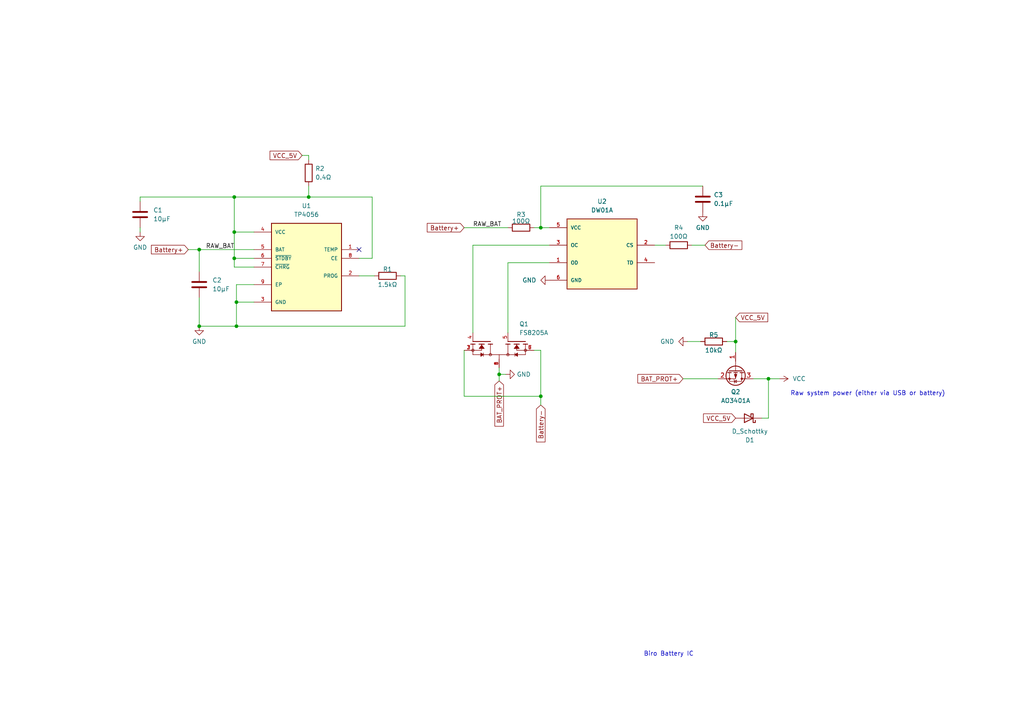
<source format=kicad_sch>
(kicad_sch (version 20230121) (generator eeschema)
  (paper "A4")
  (lib_symbols
    (symbol "Device:C" (pin_numbers hide) (pin_names (offset 0.254))
      (property "Reference" "C" (at 0.635 2.54 0))
      (property "Value" "C" (at 0.635 -2.54 0))
      (symbol "C_0_1"
        (polyline (pts (xy -2.032 -0.762) (xy 2.032 -0.762)) (stroke (width 0.508)))
        (polyline (pts (xy -2.032 0.762) (xy 2.032 0.762)) (stroke (width 0.508)))
      )
      (symbol "C_1_1"
        (pin passive line (at 0 3.81 270) (length 2.794) (name "~") (number "1"))
        (pin passive line (at 0 -3.81 90) (length 2.794) (name "~") (number "2"))
      )
    )
    (symbol "Device:D_Schottky" (pin_numbers hide) (pin_names (offset 1.016) hide)
      (property "Reference" "D" (at 0 2.54 0))
      (property "Value" "D_Schottky" (at 0 -2.54 0))
      (symbol "D_Schottky_0_1"
        (polyline (pts (xy 1.27 0) (xy -1.27 0)))
        (polyline (pts (xy 1.27 1.27) (xy 1.27 -1.27) (xy -1.27 0) (xy 1.27 1.27)) (stroke (width 0.254)))
        (polyline (pts (xy -1.905 0.635) (xy -1.905 1.27) (xy -1.27 1.27) (xy -1.27 -1.27) (xy -0.635 -1.27) (xy -0.635 -0.635)) (stroke (width 0.254)))
      )
      (symbol "D_Schottky_1_1"
        (pin passive line (at -3.81 0 0) (length 2.54) (name "K") (number "1"))
        (pin passive line (at 3.81 0 180) (length 2.54) (name "A") (number "2"))
      )
    )
    (symbol "Device:R" (pin_numbers hide) (pin_names (offset 0))
      (property "Reference" "R" (at 2.032 0 90))
      (property "Value" "R" (at 0 0 90))
      (symbol "R_0_1"
        (rectangle (start -1.016 -2.54) (end 1.016 2.54) (stroke (width 0.254)))
      )
      (symbol "R_1_1"
        (pin passive line (at 0 3.81 270) (length 1.27) (name "~") (number "1"))
        (pin passive line (at 0 -3.81 90) (length 1.27) (name "~") (number "2"))
      )
    )
    (symbol "Transistor_FET:AO3401A" (pin_names hide)
      (property "Reference" "Q" (at 5.08 1.905 0))
      (property "Value" "AO3401A" (at 5.08 0 0))
      (symbol "AO3401A_0_1"
        (polyline (pts (xy 0.254 0) (xy -2.54 0)))
        (polyline (pts (xy 0.254 1.905) (xy 0.254 -1.905)) (stroke (width 0.254)))
        (polyline (pts (xy 0.762 -1.27) (xy 0.762 -2.286)) (stroke (width 0.254)))
        (polyline (pts (xy 0.762 0.508) (xy 0.762 -0.508)) (stroke (width 0.254)))
        (polyline (pts (xy 0.762 2.286) (xy 0.762 1.27)) (stroke (width 0.254)))
        (polyline (pts (xy 2.54 2.54) (xy 2.54 1.778)))
        (polyline (pts (xy 2.54 -2.54) (xy 2.54 0) (xy 0.762 0)))
        (polyline (pts (xy 0.762 1.778) (xy 3.302 1.778) (xy 3.302 -1.778) (xy 0.762 -1.778)))
        (polyline (pts (xy 2.286 0) (xy 1.27 0.381) (xy 1.27 -0.381) (xy 2.286 0)) (fill (type outline)))
        (polyline (pts (xy 2.794 -0.508) (xy 2.921 -0.381) (xy 3.683 -0.381) (xy 3.81 -0.254)))
        (polyline (pts (xy 3.302 -0.381) (xy 2.921 0.254) (xy 3.683 0.254) (xy 3.302 -0.381)))
        (circle (center 1.651 0) (radius 2.794) (stroke (width 0.254)))
        (circle (center 2.54 -1.778) (radius 0.254) (fill (type outline)))
        (circle (center 2.54 1.778) (radius 0.254) (fill (type outline)))
      )
      (symbol "AO3401A_1_1"
        (pin input line (at -5.08 0 0) (length 2.54) (name "G") (number "1"))
        (pin passive line (at 2.54 -5.08 90) (length 2.54) (name "S") (number "2"))
        (pin passive line (at 2.54 5.08 270) (length 2.54) (name "D") (number "3"))
      )
    )
    (symbol "new_symbols:DW01A" (pin_names (offset 1.016))
      (property "Reference" "U" (at -10.16 11.43 0))
      (property "Value" "DW01A" (at -10.16 -12.7 0))
      (symbol "DW01A_0_0"
        (rectangle (start -10.16 -10.16) (end 10.16 10.16) (stroke (width 0.254)) (fill (type background)))
        (pin output line (at 15.24 -2.54 180) (length 5.08) (name "OD") (number "1"))
        (pin input line (at -15.24 2.54 0) (length 5.08) (name "CS") (number "2"))
        (pin output line (at 15.24 2.54 180) (length 5.08) (name "OC") (number "3"))
        (pin passive line (at -15.24 -2.54 0) (length 5.08) (name "TD") (number "4"))
        (pin power_in line (at 15.24 7.62 180) (length 5.08) (name "VCC") (number "5"))
        (pin power_in line (at 15.24 -7.62 180) (length 5.08) (name "GND") (number "6"))
      )
    )
    (symbol "new_symbols:FS8205A" (pin_names (offset 1.016))
      (property "Reference" "Q" (at -11.43 7.62 0))
      (property "Value" "FS8205A" (at -11.43 -12.7 0))
      (symbol "FS8205A_0_0"
        (circle (center 0 -7.62) (radius 0.3592))
        (polyline (pts (xy -2.54 -2.54) (xy -2.54 -7.62)) (stroke (width 0.254)))
        (polyline (pts (xy -2.54 7.62) (xy -2.54 2.54)) (stroke (width 0.254)))
        (polyline (pts (xy -1.778 -7.62) (xy -1.778 -8.255)) (stroke (width 0.254)))
        (polyline (pts (xy -1.778 -6.985) (xy -1.778 -7.62)) (stroke (width 0.254)))
        (polyline (pts (xy -1.778 -5.08) (xy -1.778 -5.842)) (stroke (width 0.254)))
        (polyline (pts (xy -1.778 -5.08) (xy 0 -5.08)) (stroke (width 0.1524)))
        (polyline (pts (xy -1.778 -4.318) (xy -1.778 -5.08)) (stroke (width 0.254)))
        (polyline (pts (xy -1.778 -2.54) (xy -1.778 -3.175)) (stroke (width 0.254)))
        (polyline (pts (xy -1.778 -2.54) (xy 1.27 -2.54)) (stroke (width 0.1524)))
        (polyline (pts (xy -1.778 -1.905) (xy -1.778 -2.54)) (stroke (width 0.254)))
        (polyline (pts (xy -1.778 2.54) (xy -1.778 1.905)) (stroke (width 0.254)))
        (polyline (pts (xy -1.778 3.175) (xy -1.778 2.54)) (stroke (width 0.254)))
        (polyline (pts (xy -1.778 5.08) (xy -1.778 4.318)) (stroke (width 0.254)))
        (polyline (pts (xy -1.778 5.08) (xy 0 5.08)) (stroke (width 0.1524)))
        (polyline (pts (xy -1.778 5.842) (xy -1.778 5.08)) (stroke (width 0.254)))
        (polyline (pts (xy -1.778 7.62) (xy -1.778 6.985)) (stroke (width 0.254)))
        (polyline (pts (xy -1.778 7.62) (xy 1.27 7.62)) (stroke (width 0.1524)))
        (polyline (pts (xy -1.778 8.255) (xy -1.778 7.62)) (stroke (width 0.254)))
        (polyline (pts (xy 0 -7.62) (xy -1.778 -7.62)) (stroke (width 0.1524)))
        (polyline (pts (xy 0 -7.62) (xy 1.27 -7.62)) (stroke (width 0.1524)))
        (polyline (pts (xy 0 -5.08) (xy 0 -7.62)) (stroke (width 0.1524)))
        (polyline (pts (xy 0 7.62) (xy 0 5.08)) (stroke (width 0.1524)))
        (polyline (pts (xy 0.762 4.572) (xy 1.27 4.572)) (stroke (width 0.1524)))
        (polyline (pts (xy 1.27 -4.572) (xy 0.762 -4.572)) (stroke (width 0.1524)))
        (polyline (pts (xy 1.27 -4.572) (xy 1.27 -7.62)) (stroke (width 0.1524)))
        (polyline (pts (xy 1.27 -2.54) (xy 1.27 -4.572)) (stroke (width 0.1524)))
        (polyline (pts (xy 1.27 -2.54) (xy 1.27 0)) (stroke (width 0.1524)))
        (polyline (pts (xy 1.27 0) (xy 1.27 2.54)) (stroke (width 0.1524)))
        (polyline (pts (xy 1.27 0) (xy 2.54 0)) (stroke (width 0.1524)))
        (polyline (pts (xy 1.27 2.54) (xy -1.778 2.54)) (stroke (width 0.1524)))
        (polyline (pts (xy 1.27 2.54) (xy 1.27 4.572)) (stroke (width 0.1524)))
        (polyline (pts (xy 1.27 4.572) (xy 1.27 7.62)) (stroke (width 0.1524)))
        (polyline (pts (xy 1.27 4.572) (xy 1.778 4.572)) (stroke (width 0.1524)))
        (polyline (pts (xy 1.778 -4.572) (xy 1.27 -4.572)) (stroke (width 0.1524)))
        (polyline (pts (xy -1.524 -5.08) (xy -0.508 -4.318) (xy -0.508 -5.842) (xy -1.524 -5.08)) (stroke (width 0.1524)) (fill (type outline)))
        (polyline (pts (xy -1.524 5.08) (xy -0.508 5.842) (xy -0.508 4.318) (xy -1.524 5.08)) (stroke (width 0.1524)) (fill (type outline)))
        (polyline (pts (xy 1.27 -4.572) (xy 0.762 -5.334) (xy 1.778 -5.334) (xy 1.27 -4.572)) (stroke (width 0.1524)) (fill (type outline)))
        (polyline (pts (xy 1.27 4.572) (xy 1.778 5.334) (xy 0.762 5.334) (xy 1.27 4.572)) (stroke (width 0.1524)) (fill (type outline)))
        (circle (center 0 7.62) (radius 0.3592))
        (circle (center 1.27 -2.54) (radius 0.3592))
        (circle (center 1.27 2.54) (radius 0.3592))
        (pin passive line (at 5.08 0 180) (length 2.54) (name "~") (number "1"))
        (pin passive line (at 0 -10.16 90) (length 2.54) (name "~") (number "2"))
        (pin passive line (at 0 -10.16 90) (length 2.54) (name "~") (number "3"))
        (pin passive line (at -5.08 -7.62 0) (length 2.54) (name "~") (number "4"))
        (pin passive line (at -5.08 2.54 0) (length 2.54) (name "~") (number "5"))
        (pin passive line (at 0 10.16 270) (length 2.54) (name "~") (number "6"))
        (pin passive line (at 0 10.16 270) (length 2.54) (name "~") (number "7"))
        (pin passive line (at 5.08 0 180) (length 2.54) (name "~") (number "8"))
      )
    )
    (symbol "new_symbols:TP4056" (pin_names (offset 1.016))
      (property "Reference" "U" (at -10.16 13.208 0))
      (property "Value" "TP4056" (at -10.16 -15.24 0))
      (symbol "TP4056_0_0"
        (rectangle (start -10.16 12.7) (end 10.16 -12.7) (stroke (width 0.254)) (fill (type background)))
        (pin input line (at -15.24 5.08 0) (length 5.08) (name "TEMP") (number "1"))
        (pin bidirectional line (at -15.24 -2.54 0) (length 5.08) (name "PROG") (number "2"))
        (pin power_in line (at 15.24 -10.16 180) (length 5.08) (name "GND") (number "3"))
        (pin power_in line (at 15.24 10.16 180) (length 5.08) (name "VCC") (number "4"))
        (pin output line (at 15.24 5.08 180) (length 5.08) (name "BAT") (number "5"))
        (pin output line (at 15.24 2.54 180) (length 5.08) (name "~{STDBY}") (number "6"))
        (pin output line (at 15.24 0 180) (length 5.08) (name "~{CHRG}") (number "7"))
        (pin input line (at -15.24 2.54 0) (length 5.08) (name "CE") (number "8"))
        (pin passive line (at 15.24 -5.08 180) (length 5.08) (name "EP") (number "9"))
      )
    )
    (symbol "power:GND" (power) (pin_names (offset 0))
      (property "Value" "GND" (at 0 -3.81 0))
      (symbol "GND_0_1"
        (polyline (pts (xy 0 0) (xy 0 -1.27) (xy 1.27 -1.27) (xy 0 -2.54) (xy -1.27 -1.27) (xy 0 -1.27)))
      )
      (symbol "GND_1_1"
        (pin power_in line (at 0 0 270) (length 0) hide (name "GND") (number "1"))
      )
    )
    (symbol "power:VCC" (power) (pin_names (offset 0))
      (property "Value" "VCC" (at 0 3.81 0))
      (symbol "VCC_0_1"
        (polyline (pts (xy -0.762 1.27) (xy 0 2.54)))
        (polyline (pts (xy 0 0) (xy 0 2.54)))
        (polyline (pts (xy 0 2.54) (xy 0.762 1.27)))
      )
      (symbol "VCC_1_1"
        (pin power_in line (at 0 0 90) (length 0) hide (name "VCC") (number "1"))
      )
    )
  )
  (junction (at 67.945 57.15))
  (junction (at 156.845 114.935))
  (junction (at 156.845 66.04))
  (junction (at 67.945 67.31))
  (junction (at 57.785 94.615))
  (junction (at 222.885 109.855))
  (junction (at 144.78 108.585))
  (junction (at 89.535 57.15))
  (junction (at 68.58 87.63))
  (junction (at 67.945 74.93))
  (junction (at 68.58 94.615))
  (junction (at 213.36 99.06))
  (junction (at 57.785 72.39))
  (no_connect (at 104.14 72.39))
  (wire (pts (xy 67.945 74.93) (xy 67.945 67.31)))
  (wire (pts (xy 144.78 106.68) (xy 144.78 108.585)))
  (wire (pts (xy 117.475 80.01) (xy 117.475 94.615)))
  (wire (pts (xy 203.2 99.06) (xy 199.39 99.06)))
  (wire (pts (xy 73.66 87.63) (xy 68.58 87.63)))
  (wire (pts (xy 189.865 71.12) (xy 193.04 71.12)))
  (wire (pts (xy 117.475 80.01) (xy 116.205 80.01)))
  (wire (pts (xy 107.95 74.93) (xy 107.95 57.15)))
  (wire (pts (xy 87.63 45.085) (xy 89.535 45.085)))
  (wire (pts (xy 54.61 72.39) (xy 57.785 72.39)))
  (wire (pts (xy 147.32 96.52) (xy 147.32 76.2)))
  (wire (pts (xy 154.94 101.6) (xy 156.845 101.6)))
  (wire (pts (xy 68.58 82.55) (xy 68.58 87.63)))
  (wire (pts (xy 68.58 87.63) (xy 68.58 94.615)))
  (wire (pts (xy 200.66 71.12) (xy 204.47 71.12)))
  (wire (pts (xy 57.785 94.615) (xy 68.58 94.615)))
  (wire (pts (xy 213.36 92.075) (xy 213.36 99.06)))
  (wire (pts (xy 220.98 121.285) (xy 222.885 121.285)))
  (wire (pts (xy 222.885 109.855) (xy 218.44 109.855)))
  (wire (pts (xy 213.36 99.06) (xy 213.36 102.235)))
  (wire (pts (xy 89.535 45.085) (xy 89.535 46.355)))
  (wire (pts (xy 144.78 108.585) (xy 144.78 110.49)))
  (wire (pts (xy 104.14 80.01) (xy 108.585 80.01)))
  (wire (pts (xy 57.785 72.39) (xy 57.785 78.74)))
  (wire (pts (xy 89.535 57.15) (xy 107.95 57.15)))
  (wire (pts (xy 104.14 74.93) (xy 107.95 74.93)))
  (wire (pts (xy 222.885 121.285) (xy 222.885 109.855)))
  (wire (pts (xy 156.845 114.935) (xy 156.845 117.475)))
  (wire (pts (xy 137.16 71.12) (xy 137.16 96.52)))
  (wire (pts (xy 156.845 53.975) (xy 156.845 66.04)))
  (wire (pts (xy 68.58 94.615) (xy 117.475 94.615)))
  (wire (pts (xy 134.62 66.04) (xy 147.32 66.04)))
  (wire (pts (xy 57.785 86.36) (xy 57.785 94.615)))
  (wire (pts (xy 40.64 66.04) (xy 40.64 67.31)))
  (wire (pts (xy 159.385 71.12) (xy 137.16 71.12)))
  (wire (pts (xy 67.945 57.15) (xy 40.64 57.15)))
  (wire (pts (xy 154.94 66.04) (xy 156.845 66.04)))
  (wire (pts (xy 198.12 109.855) (xy 208.28 109.855)))
  (wire (pts (xy 203.835 53.975) (xy 156.845 53.975)))
  (wire (pts (xy 73.66 77.47) (xy 67.945 77.47)))
  (wire (pts (xy 147.32 76.2) (xy 159.385 76.2)))
  (wire (pts (xy 134.62 114.935) (xy 156.845 114.935)))
  (wire (pts (xy 73.66 82.55) (xy 68.58 82.55)))
  (wire (pts (xy 89.535 53.975) (xy 89.535 57.15)))
  (wire (pts (xy 89.535 57.15) (xy 67.945 57.15)))
  (wire (pts (xy 156.845 66.04) (xy 159.385 66.04)))
  (wire (pts (xy 226.06 109.855) (xy 222.885 109.855)))
  (wire (pts (xy 210.82 99.06) (xy 213.36 99.06)))
  (wire (pts (xy 73.66 67.31) (xy 67.945 67.31)))
  (wire (pts (xy 57.785 72.39) (xy 73.66 72.39)))
  (wire (pts (xy 134.62 101.6) (xy 134.62 114.935)))
  (wire (pts (xy 144.78 108.585) (xy 146.685 108.585)))
  (wire (pts (xy 40.64 57.15) (xy 40.64 58.42)))
  (wire (pts (xy 156.845 101.6) (xy 156.845 114.935)))
  (wire (pts (xy 67.945 77.47) (xy 67.945 74.93)))
  (wire (pts (xy 67.945 57.15) (xy 67.945 67.31)))
  (wire (pts (xy 73.66 74.93) (xy 67.945 74.93)))
  (text "Biro Battery IC" (at 186.69 190.5 0) (effects (font (size 1.27 1.27)) (justify left bottom)))
  (text "Raw system power (either via USB or battery)\n" (at 229.235 114.935 0) (effects (font (size 1.27 1.27)) (justify left bottom)))
  (label "RAW_BAT" (at 59.69 72.39 0))
  (label "RAW_BAT" (at 137.16 66.04 0))
  (global_label "VCC_5V" (shape input) (at 213.36 121.285 180) (property "Intersheetrefs" "${INTERSHEET_REFS}" (effects hide)))
  (global_label "Battery-" (shape input) (at 204.47 71.12 0) (property "Intersheetrefs" "${INTERSHEET_REFS}" (effects hide)))
  (global_label "Battery+" (shape input) (at 54.61 72.39 180) (property "Intersheetrefs" "${INTERSHEET_REFS}" (effects hide)))
  (global_label "BAT_PROT+" (shape input) (at 198.12 109.855 180) (property "Intersheetrefs" "${INTERSHEET_REFS}" (effects hide)))
  (global_label "Battery+" (shape input) (at 134.62 66.04 180) (property "Intersheetrefs" "${INTERSHEET_REFS}" (effects hide)))
  (global_label "VCC_5V" (shape input) (at 213.36 92.075 0) (property "Intersheetrefs" "${INTERSHEET_REFS}" (effects hide)))
  (global_label "Battery-" (shape input) (at 156.845 117.475 270) (property "Intersheetrefs" "${INTERSHEET_REFS}" (effects hide)))
  (global_label "VCC_5V" (shape input) (at 87.63 45.085 180) (property "Intersheetrefs" "${INTERSHEET_REFS}" (effects hide)))
  (global_label "BAT_PROT+" (shape input) (at 144.78 110.49 270) (property "Intersheetrefs" "${INTERSHEET_REFS}" (effects hide)))
  (symbol (lib_id "Device:C") (at 40.64 62.23 0) (unit 1)
    (property "Reference" "C1" (at 44.45 60.96 0) (effects (justify left)))
    (property "Value" "10µF" (at 44.45 63.5 0) (effects (justify left)))
  )
  (symbol (lib_id "Device:R") (at 89.535 50.165 0) (unit 1)
    (property "Reference" "R2" (at 91.44 48.895 0) (effects (justify left)))
    (property "Value" "0.4Ω" (at 91.44 51.435 0) (effects (justify left)))
  )
  (symbol (lib_id "power:VCC") (at 226.06 109.855 270) (mirror x) (unit 1)
    (property "Reference" "#PWR07" (effects hide))
    (property "Value" "VCC" (at 229.87 109.855 90) (effects (justify left)))
  )
  (symbol (lib_id "power:GND") (at 146.685 108.585 90) (mirror x) (unit 1)
    (property "Reference" "#PWR03" (effects hide))
    (property "Value" "GND" (at 149.86 108.585 90) (effects (justify right)))
  )
  (symbol (lib_id "Device:C") (at 203.835 57.785 0) (unit 1)
    (property "Reference" "C3" (at 207.01 56.515 0) (effects (justify left)))
    (property "Value" "0.1µF" (at 207.01 59.055 0) (effects (justify left)))
  )
  (symbol (lib_id "Device:D_Schottky") (at 217.17 121.285 180) (unit 1)
    (property "Reference" "D1" (at 217.4875 127.635 0))
    (property "Value" "D_Schottky" (at 217.4875 125.095 0))
  )
  (symbol (lib_id "power:GND") (at 199.39 99.06 270) (mirror x) (unit 1)
    (property "Reference" "#PWR06" (effects hide))
    (property "Value" "GND" (at 195.58 99.06 90) (effects (justify right)))
  )
  (symbol (lib_id "power:GND") (at 40.64 67.31 0) (unit 1)
    (property "Reference" "#PWR02" (effects hide))
    (property "Value" "GND" (at 40.64 71.755 0))
  )
  (symbol (lib_id "power:GND") (at 159.385 81.28 270) (unit 1)
    (property "Reference" "#PWR04" (effects hide))
    (property "Value" "GND" (at 155.575 81.28 90) (effects (justify right)))
  )
  (symbol (lib_id "Device:R") (at 112.395 80.01 270) (mirror x) (unit 1)
    (property "Reference" "R1" (at 112.395 78.105 90))
    (property "Value" "1.5kΩ" (at 112.395 82.55 90))
  )
  (symbol (lib_id "power:GND") (at 57.785 94.615 0) (unit 1)
    (property "Reference" "#PWR01" (effects hide))
    (property "Value" "GND" (at 57.785 99.06 0))
  )
  (symbol (lib_id "Device:C") (at 57.785 82.55 0) (unit 1)
    (property "Reference" "C2" (at 61.595 81.28 0) (effects (justify left)))
    (property "Value" "10µF" (at 61.595 83.82 0) (effects (justify left)))
  )
  (symbol (lib_id "new_symbols:TP4056") (at 88.9 77.47 0) (mirror y) (unit 1)
    (property "Reference" "U1" (at 88.9 59.69 0))
    (property "Value" "TP4056" (at 88.9 62.23 0))
    (property "Footprint" "TP4056:SOP127P600X175-9N" (effects hide))
    (property "MF" "NanJing Top Power ASIC Corp." (effects hide))
    (property "MAXIMUM_PACKAGE_HEIGHT" "1.75mm" (effects hide))
    (property "Package" "Package" (effects hide))
    (property "Price" "None" (effects hide))
    (property "Check_prices" "https://www.snapeda.com/parts/TP4056/NanJing+Top+Power+ASIC+Corp./view-part/?ref=eda" (effects hide))
    (property "STANDARD" "IPC 7351B" (effects hide))
    (property "SnapEDA_Link" "https://www.snapeda.com/parts/TP4056/NanJing+Top+Power+ASIC+Corp./view-part/?ref=snap" (effects hide))
    (property "MP" "TP4056" (effects hide))
    (property "Description" "\n                        \n                            Complete single cell Li-Ion battery with a constant current / constant voltage linear charger\n                        \n" (effects hide))
    (property "Availability" "Not in stock" (effects hide))
    (property "MANUFACTURER" "NanJing Top Power ASIC Corp." (effects hide))
  )
  (symbol (lib_id "Device:R") (at 196.85 71.12 270) (mirror x) (unit 1)
    (property "Reference" "R4" (at 196.85 66.04 90))
    (property "Value" "100Ω" (at 196.85 68.58 90))
  )
  (symbol (lib_id "power:GND") (at 203.835 61.595 0) (unit 1)
    (property "Reference" "#PWR05" (effects hide))
    (property "Value" "GND" (at 203.835 66.04 0))
  )
  (symbol (lib_id "new_symbols:FS8205A") (at 144.78 101.6 270) (unit 1)
    (property "Reference" "Q1" (at 150.5967 93.98 90) (effects (justify left)))
    (property "Value" "FS8205A" (at 150.5967 96.52 90) (effects (justify left)))
    (property "Footprint" "FS8205A:SOP65P640X120-8N" (effects hide))
    (property "MF" "Fortune Semiconductor" (effects hide))
    (property "MAXIMUM_PACKAGE_HEIGHT" "1.2mm" (effects hide))
    (property "Package" "Package" (effects hide))
    (property "Price" "None" (effects hide))
    (property "Check_prices" "https://www.snapeda.com/parts/FS8205A/Fortune+Semiconductor/view-part/?ref=eda" (effects hide))
    (property "STANDARD" "IPC 7351B" (effects hide))
    (property "PARTREV" "1.7" (effects hide))
    (property "SnapEDA_Link" "https://www.snapeda.com/parts/FS8205A/Fortune+Semiconductor/view-part/?ref=snap" (effects hide))
    (property "MP" "FS8205A" (effects hide))
    (property "Description" "\n                        \n                            \n                        \n" (effects hide))
    (property "Availability" "In Stock" (effects hide))
    (property "MANUFACTURER" "Fortune Semiconductor" (effects hide))
  )
  (symbol (lib_id "Transistor_FET:AO3401A") (at 213.36 107.315 270) (unit 1)
    (property "Reference" "Q2" (at 213.36 113.665 90))
    (property "Value" "AO3401A" (at 213.36 116.205 90))
    (property "Footprint" "Package_TO_SOT_SMD:SOT-23" (effects hide))
    (property "Datasheet" "http://www.aosmd.com/pdfs/datasheet/AO3401A.pdf" (effects hide))
  )
  (symbol (lib_id "new_symbols:DW01A") (at 174.625 73.66 0) (mirror y) (unit 1)
    (property "Reference" "U2" (at 174.625 58.42 0))
    (property "Value" "DW01A" (at 174.625 60.96 0))
    (property "Footprint" "DW01A:SOT95P280X145-6N" (effects hide))
    (property "MF" "Fortune Semiconductor" (effects hide))
    (property "SNAPEDA_PACKAGE_ID" "103849" (effects hide))
    (property "Package" "SOT-23-6 Fortune Semiconductor" (effects hide))
    (property "Price" "None" (effects hide))
    (property "Check_prices" "https://www.snapeda.com/parts/DW01A/Fortune+Semiconductor/view-part/?ref=eda" (effects hide))
    (property "STANDARD" "IPC 7351B" (effects hide))
    (property "PARTREV" "1.8" (effects hide))
    (property "SnapEDA_Link" "https://www.snapeda.com/parts/DW01A/Fortune+Semiconductor/view-part/?ref=snap" (effects hide))
    (property "MP" "DW01A" (effects hide))
    (property "Description" "\n                        \n                            One Cell Lithium-ion/Polymer Battery Protection IC\n                        \n" (effects hide))
    (property "MANUFACTURER" "Fortune Semiconductor" (effects hide))
    (property "Availability" "Not in stock" (effects hide))
    (property "MAXIMUM_PACKAGE_HEIGHT" "1.45mm" (effects hide))
  )
  (symbol (lib_id "Device:R") (at 207.01 99.06 90) (unit 1)
    (property "Reference" "R5" (at 207.01 97.155 90))
    (property "Value" "10kΩ" (at 207.01 101.6 90))
  )
  (symbol (lib_id "Device:R") (at 151.13 66.04 90) (unit 1)
    (property "Reference" "R3" (at 151.13 62.23 90))
    (property "Value" "100Ω" (at 151.13 64.135 90))
  )
)
</source>
